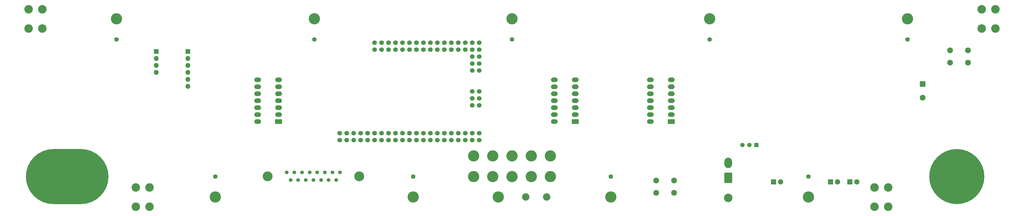
<source format=gbr>
%TF.GenerationSoftware,KiCad,Pcbnew,(5.1.6)-1*%
%TF.CreationDate,2021-05-10T16:49:00-07:00*%
%TF.ProjectId,NiCd Battery Shield - VP400KH,4e694364-2042-4617-9474-657279205368,1*%
%TF.SameCoordinates,Original*%
%TF.FileFunction,Soldermask,Bot*%
%TF.FilePolarity,Negative*%
%FSLAX46Y46*%
G04 Gerber Fmt 4.6, Leading zero omitted, Abs format (unit mm)*
G04 Created by KiCad (PCBNEW (5.1.6)-1) date 2021-05-10 16:49:00*
%MOMM*%
%LPD*%
G01*
G04 APERTURE LIST*
%ADD10C,20.100000*%
%ADD11C,0.600000*%
%ADD12O,30.100000X20.100000*%
%ADD13C,1.350000*%
%ADD14C,3.600000*%
%ADD15C,2.100000*%
%ADD16R,2.100000X2.100000*%
%ADD17C,1.624000*%
%ADD18C,4.100000*%
%ADD19C,2.700000*%
%ADD20C,1.900000*%
%ADD21R,1.900000X1.900000*%
%ADD22O,1.800000X1.800000*%
%ADD23R,1.800000X1.800000*%
%ADD24C,3.100000*%
%ADD25O,2.800000X3.800000*%
%ADD26O,2.500000X1.700000*%
%ADD27R,2.500000X1.700000*%
%ADD28C,1.700000*%
%ADD29R,1.600000X1.600000*%
%ADD30C,1.600000*%
G04 APERTURE END LIST*
D10*
%TO.C,J1*%
X382000000Y-185000000D03*
D11*
X382000000Y-178650000D03*
X379828172Y-179032952D03*
X377918299Y-180135618D03*
X376500739Y-181825000D03*
X375746471Y-183897334D03*
X375746471Y-186102666D03*
X376500739Y-188175000D03*
X377918299Y-189864382D03*
X379828172Y-190967048D03*
X382000000Y-191350000D03*
X384171828Y-190967048D03*
X386081701Y-189864382D03*
X387499261Y-188175000D03*
X388253529Y-186102666D03*
X388253529Y-183897334D03*
X387499261Y-181825000D03*
X386081701Y-180135618D03*
X384171828Y-179032952D03*
X382000000Y-177380000D03*
X379393807Y-177839542D03*
X377101958Y-179162741D03*
X375400886Y-181190000D03*
X374495765Y-183676801D03*
X374495765Y-186323199D03*
X375400886Y-188810000D03*
X377101958Y-190837259D03*
X379393807Y-192160458D03*
X382000000Y-192620000D03*
X384606193Y-192160458D03*
X386898042Y-190837259D03*
X388599114Y-188810000D03*
X389504235Y-186323199D03*
X389504235Y-183676801D03*
X388599114Y-181190000D03*
X386898042Y-179162741D03*
X384606193Y-177839542D03*
X382000000Y-176110000D03*
X378959441Y-176646133D03*
X376285618Y-178189865D03*
X374301034Y-180555000D03*
X373245059Y-183456268D03*
X373245059Y-186543732D03*
X374301034Y-189445000D03*
X376285618Y-191810135D03*
X378959441Y-193353867D03*
X382000000Y-193890000D03*
X385040559Y-193353867D03*
X387714382Y-191810135D03*
X389698966Y-189445000D03*
X390754941Y-186543732D03*
X390754941Y-183456268D03*
X389698966Y-180555000D03*
X387714382Y-178189865D03*
X385040559Y-176646133D03*
%TD*%
%TO.C,J12*%
X58000000Y-193650000D03*
X58000000Y-191110000D03*
X60500000Y-192380000D03*
X60500000Y-191110000D03*
X60500000Y-193650000D03*
X58000000Y-192380000D03*
X55500000Y-193650000D03*
X55500000Y-191110000D03*
X55500000Y-192380000D03*
X58000000Y-178400000D03*
X58000000Y-177130000D03*
X58000000Y-175860000D03*
X60500000Y-178400000D03*
X60500000Y-175860000D03*
X60500000Y-177130000D03*
X55500000Y-178400000D03*
X55500000Y-177130000D03*
X55500000Y-175860000D03*
X68714382Y-191560135D03*
X63000000Y-191100000D03*
X63000000Y-178400000D03*
X65606193Y-177589542D03*
X63000000Y-192370000D03*
X69599114Y-188560000D03*
X66040559Y-176396133D03*
X68714382Y-177939865D03*
X70698966Y-180305000D03*
X63000000Y-177130000D03*
X63000000Y-193640000D03*
X70504235Y-183426801D03*
X68499261Y-187925000D03*
X65171828Y-178782952D03*
X71754941Y-183206268D03*
X70698966Y-189195000D03*
X66040559Y-193103867D03*
X63000000Y-175860000D03*
X67898042Y-178912741D03*
X69599114Y-180940000D03*
X70504235Y-186073199D03*
X67081701Y-189614382D03*
X68499261Y-181575000D03*
X67081701Y-179885618D03*
X65606193Y-191910458D03*
X65171828Y-190717048D03*
X67898042Y-190587259D03*
X69253529Y-183647334D03*
X71754941Y-186293732D03*
X69253529Y-185852666D03*
X47285618Y-191560135D03*
X44245059Y-186293732D03*
X46400886Y-188560000D03*
X53000000Y-191100000D03*
X46746471Y-183647334D03*
X53000000Y-178400000D03*
X46400886Y-180940000D03*
X48918299Y-189614382D03*
X53000000Y-192370000D03*
X53000000Y-177130000D03*
X53000000Y-193640000D03*
X50828172Y-178782952D03*
X50393807Y-177589542D03*
X50828172Y-190717048D03*
X49959441Y-193103867D03*
X45301034Y-189195000D03*
X45301034Y-180305000D03*
X45495765Y-183426801D03*
X47500739Y-181575000D03*
X47285618Y-177939865D03*
X47500739Y-187925000D03*
X49959441Y-176396133D03*
X53000000Y-175860000D03*
X48101958Y-178912741D03*
X50393807Y-191910458D03*
X48101958Y-190587259D03*
X46746471Y-185852666D03*
X48918299Y-179885618D03*
X44245059Y-183206268D03*
X45495765Y-186073199D03*
D12*
X58000000Y-185000000D03*
%TD*%
D13*
%TO.C,J6*%
X156005000Y-186340000D03*
X153235000Y-186340000D03*
X150465000Y-186340000D03*
X147695000Y-186340000D03*
X144925000Y-186340000D03*
X142155000Y-186340000D03*
X139385000Y-186340000D03*
X157390000Y-183500000D03*
X154620000Y-183500000D03*
X151850000Y-183500000D03*
X149080000Y-183500000D03*
X146310000Y-183500000D03*
X143540000Y-183500000D03*
X140770000Y-183500000D03*
X138000000Y-183500000D03*
D14*
X164345000Y-184920000D03*
X131045000Y-184920000D03*
%TD*%
D15*
%TO.C,C4*%
X369500000Y-156250000D03*
D16*
X369500000Y-151250000D03*
%TD*%
D17*
%TO.C,J7*%
X220000000Y-135000000D03*
%TD*%
D18*
%TO.C,TP19*%
X76000000Y-127500000D03*
%TD*%
%TO.C,TP17*%
X112000000Y-192500000D03*
%TD*%
%TO.C,TP14*%
X148000000Y-127500000D03*
%TD*%
%TO.C,TP12*%
X184000000Y-192500000D03*
%TD*%
%TO.C,TP10*%
X220000000Y-127500000D03*
%TD*%
%TO.C,TP8*%
X256000000Y-192500000D03*
%TD*%
%TO.C,TP6*%
X292000000Y-127500000D03*
%TD*%
%TO.C,TP4*%
X328000000Y-192500000D03*
%TD*%
%TO.C,TP2*%
X364000000Y-127500000D03*
%TD*%
D19*
%TO.C,TP15*%
X232620000Y-192500000D03*
X225000000Y-192500000D03*
%TD*%
D17*
%TO.C,J11*%
X76000000Y-135000000D03*
%TD*%
%TO.C,J10*%
X112000000Y-185000000D03*
%TD*%
%TO.C,J9*%
X148000000Y-135000000D03*
%TD*%
%TO.C,J8*%
X184000000Y-185000000D03*
%TD*%
%TO.C,J5*%
X256000000Y-185000000D03*
%TD*%
%TO.C,J4*%
X292000000Y-135000000D03*
%TD*%
%TO.C,J3*%
X328000000Y-185000000D03*
%TD*%
%TO.C,J2*%
X364000000Y-135000000D03*
%TD*%
D20*
%TO.C,D5*%
X338540000Y-187000000D03*
D21*
X336000000Y-187000000D03*
%TD*%
D20*
%TO.C,D3*%
X345540000Y-187000000D03*
D21*
X343000000Y-187000000D03*
%TD*%
D20*
%TO.C,D4*%
X317790000Y-187000000D03*
D21*
X315250000Y-187000000D03*
%TD*%
D22*
%TO.C,J14*%
X90500000Y-147045001D03*
X90500000Y-144505001D03*
X90500000Y-141965001D03*
D23*
X90500000Y-139425001D03*
%TD*%
D24*
%TO.C,J13*%
X298750000Y-192800000D03*
D25*
X298750000Y-180000000D03*
G36*
G01*
X300150000Y-183859260D02*
X300150000Y-187140740D01*
G75*
G02*
X299890740Y-187400000I-259260J0D01*
G01*
X297609260Y-187400000D01*
G75*
G02*
X297350000Y-187140740I0J259260D01*
G01*
X297350000Y-183859260D01*
G75*
G02*
X297609260Y-183600000I259260J0D01*
G01*
X299890740Y-183600000D01*
G75*
G02*
X300150000Y-183859260I0J-259260D01*
G01*
G37*
%TD*%
D22*
%TO.C,J15*%
X102000000Y-152125001D03*
X102000000Y-149585001D03*
X102000000Y-147045001D03*
X102000000Y-144505001D03*
X102000000Y-141965001D03*
D23*
X102000000Y-139425001D03*
%TD*%
D15*
%TO.C,SW1*%
X279000000Y-186500000D03*
X279000000Y-191000000D03*
X272500000Y-186500000D03*
X272500000Y-191000000D03*
%TD*%
D26*
%TO.C,U1*%
X270380000Y-165000000D03*
X278000000Y-149760000D03*
X270380000Y-162460000D03*
X278000000Y-152300000D03*
X270380000Y-159920000D03*
X278000000Y-154840000D03*
X270380000Y-157380000D03*
X278000000Y-157380000D03*
X270380000Y-154840000D03*
X278000000Y-159920000D03*
X270380000Y-152300000D03*
X278000000Y-162460000D03*
X270380000Y-149760000D03*
D27*
X278000000Y-165000000D03*
%TD*%
D26*
%TO.C,U2*%
X235380000Y-165000000D03*
X243000000Y-149760000D03*
X235380000Y-162460000D03*
X243000000Y-152300000D03*
X235380000Y-159920000D03*
X243000000Y-154840000D03*
X235380000Y-157380000D03*
X243000000Y-157380000D03*
X235380000Y-154840000D03*
X243000000Y-159920000D03*
X235380000Y-152300000D03*
X243000000Y-162460000D03*
X235380000Y-149760000D03*
D27*
X243000000Y-165000000D03*
%TD*%
D26*
%TO.C,U3*%
X127380000Y-165000000D03*
X135000000Y-149760000D03*
X127380000Y-162460000D03*
X135000000Y-152300000D03*
X127380000Y-159920000D03*
X135000000Y-154840000D03*
X127380000Y-157380000D03*
X135000000Y-157380000D03*
X127380000Y-154840000D03*
X135000000Y-159920000D03*
X127380000Y-152300000D03*
X135000000Y-162460000D03*
X127380000Y-149760000D03*
D27*
X135000000Y-165000000D03*
%TD*%
D28*
%TO.C,U4*%
X208100000Y-138760000D03*
X208100000Y-136220000D03*
X205560000Y-138760000D03*
X205560000Y-136220000D03*
X203020000Y-138760000D03*
X203020000Y-136220000D03*
X200480000Y-138760000D03*
X200480000Y-136220000D03*
X197940000Y-138760000D03*
X197940000Y-136220000D03*
X195400000Y-138760000D03*
X195400000Y-136220000D03*
X192860000Y-138760000D03*
X192860000Y-136220000D03*
X190320000Y-138760000D03*
X190320000Y-136220000D03*
X187780000Y-138760000D03*
X187780000Y-136220000D03*
X185240000Y-138760000D03*
X185240000Y-136220000D03*
X182700000Y-138760000D03*
X182700000Y-136220000D03*
X180160000Y-138760000D03*
X180160000Y-136220000D03*
X177620000Y-138760000D03*
X177620000Y-136220000D03*
X175080000Y-138760000D03*
X175080000Y-136220000D03*
X172540000Y-138760000D03*
X172540000Y-136220000D03*
X170000000Y-138760000D03*
X208100000Y-171780000D03*
X208100000Y-169240000D03*
X205560000Y-171780000D03*
X205560000Y-169240000D03*
X203020000Y-171780000D03*
X203020000Y-169240000D03*
X200480000Y-171780000D03*
X200480000Y-169240000D03*
X197940000Y-171780000D03*
X197940000Y-169240000D03*
X195400000Y-171780000D03*
X195400000Y-169240000D03*
X192860000Y-171780000D03*
X192860000Y-169240000D03*
X190320000Y-171780000D03*
X190320000Y-169240000D03*
X187780000Y-171780000D03*
X187780000Y-169240000D03*
X185240000Y-171780000D03*
X185240000Y-169240000D03*
X182700000Y-171780000D03*
X182700000Y-169240000D03*
X180160000Y-171780000D03*
X180160000Y-169240000D03*
X177620000Y-171780000D03*
X177620000Y-169240000D03*
X175080000Y-171780000D03*
X175080000Y-169240000D03*
X172540000Y-171780000D03*
X172540000Y-169240000D03*
X170000000Y-171780000D03*
X170000000Y-169240000D03*
X167460000Y-171780000D03*
X167460000Y-169240000D03*
X164920000Y-171780000D03*
X164920000Y-169240000D03*
X162380000Y-171780000D03*
X162380000Y-169240000D03*
X159840000Y-171780000D03*
X159840000Y-169240000D03*
X157300000Y-171780000D03*
X208040000Y-159080000D03*
X208040000Y-156540000D03*
X208040000Y-154000000D03*
X205500000Y-159080000D03*
X205500000Y-156540000D03*
X205500000Y-154000000D03*
X208100000Y-146380000D03*
X208100000Y-143840000D03*
X208100000Y-141300000D03*
X205560000Y-146380000D03*
X205560000Y-143840000D03*
X205560000Y-141300000D03*
X170000000Y-136220000D03*
X157300000Y-169240000D03*
%TD*%
D29*
%TO.C,Q2*%
X309000000Y-173500000D03*
D30*
X303920000Y-173500000D03*
X306460000Y-173500000D03*
%TD*%
D18*
%TO.C,TP1*%
X206000000Y-185000000D03*
%TD*%
%TO.C,TP3*%
X206000000Y-177500000D03*
%TD*%
%TO.C,TP5*%
X213000000Y-185000000D03*
%TD*%
%TO.C,TP7*%
X213000000Y-177500000D03*
%TD*%
%TO.C,TP9*%
X220000000Y-185000000D03*
%TD*%
%TO.C,TP11*%
X220000000Y-177500000D03*
%TD*%
%TO.C,TP13*%
X227000000Y-185000000D03*
%TD*%
%TO.C,TP16*%
X227000000Y-177500000D03*
%TD*%
%TO.C,TP18*%
X234000000Y-185000000D03*
%TD*%
%TO.C,TP20*%
X234000000Y-177500000D03*
%TD*%
%TO.C,TP21*%
X215000000Y-192500000D03*
%TD*%
D24*
%TO.C,H1*%
X49000000Y-131000000D03*
X44000000Y-131000000D03*
X49000000Y-124000000D03*
X44000000Y-124000000D03*
%TD*%
%TO.C,H2*%
X88000000Y-196000000D03*
X83000000Y-196000000D03*
X88000000Y-189000000D03*
X83000000Y-189000000D03*
%TD*%
%TO.C,H3*%
X396000000Y-131000000D03*
X391000000Y-131000000D03*
X396000000Y-124000000D03*
X391000000Y-124000000D03*
%TD*%
%TO.C,H4*%
X357000000Y-196000000D03*
X352000000Y-196000000D03*
X357000000Y-189000000D03*
X352000000Y-189000000D03*
%TD*%
D15*
%TO.C,SW2*%
X386000000Y-139000000D03*
X386000000Y-143500000D03*
X379500000Y-139000000D03*
X379500000Y-143500000D03*
%TD*%
M02*

</source>
